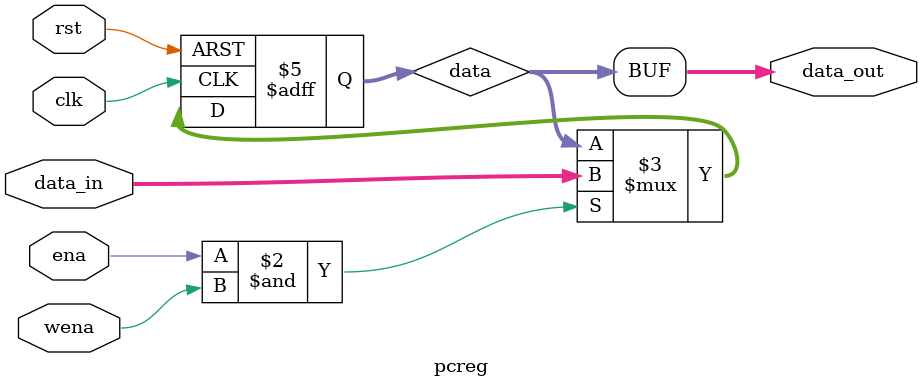
<source format=v>
`timescale 1ns / 1ps


 module pcreg(
    input clk,
    input rst,
    input ena,
    input wena,
    input [31:0]data_in,
    output[31:0]data_out
    );
    reg  [31:0]data;
    always @(negedge clk or posedge rst)
        if (rst)
            data <= 32'h00400000;
        else if (ena & wena)
            data <= data_in;
    assign data_out = data;
endmodule

</source>
